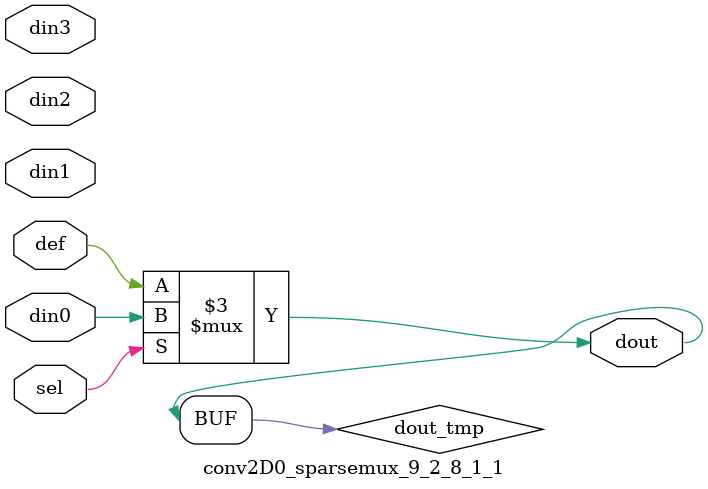
<source format=v>
`timescale 1ns / 1ps

module conv2D0_sparsemux_9_2_8_1_1 (din0,din1,din2,din3,def,sel,dout);

parameter din0_WIDTH = 1;

parameter din1_WIDTH = 1;

parameter din2_WIDTH = 1;

parameter din3_WIDTH = 1;

parameter def_WIDTH = 1;
parameter sel_WIDTH = 1;
parameter dout_WIDTH = 1;

parameter [sel_WIDTH-1:0] CASE0 = 1;

parameter [sel_WIDTH-1:0] CASE1 = 1;

parameter [sel_WIDTH-1:0] CASE2 = 1;

parameter [sel_WIDTH-1:0] CASE3 = 1;

parameter ID = 1;
parameter NUM_STAGE = 1;



input [din0_WIDTH-1:0] din0;

input [din1_WIDTH-1:0] din1;

input [din2_WIDTH-1:0] din2;

input [din3_WIDTH-1:0] din3;

input [def_WIDTH-1:0] def;
input [sel_WIDTH-1:0] sel;

output [dout_WIDTH-1:0] dout;



reg [dout_WIDTH-1:0] dout_tmp;

always @ (*) begin
case (sel)
    
    CASE0 : dout_tmp = din0;
    
    CASE1 : dout_tmp = din1;
    
    CASE2 : dout_tmp = din2;
    
    CASE3 : dout_tmp = din3;
    
    default : dout_tmp = def;
endcase
end


assign dout = dout_tmp;



endmodule

</source>
